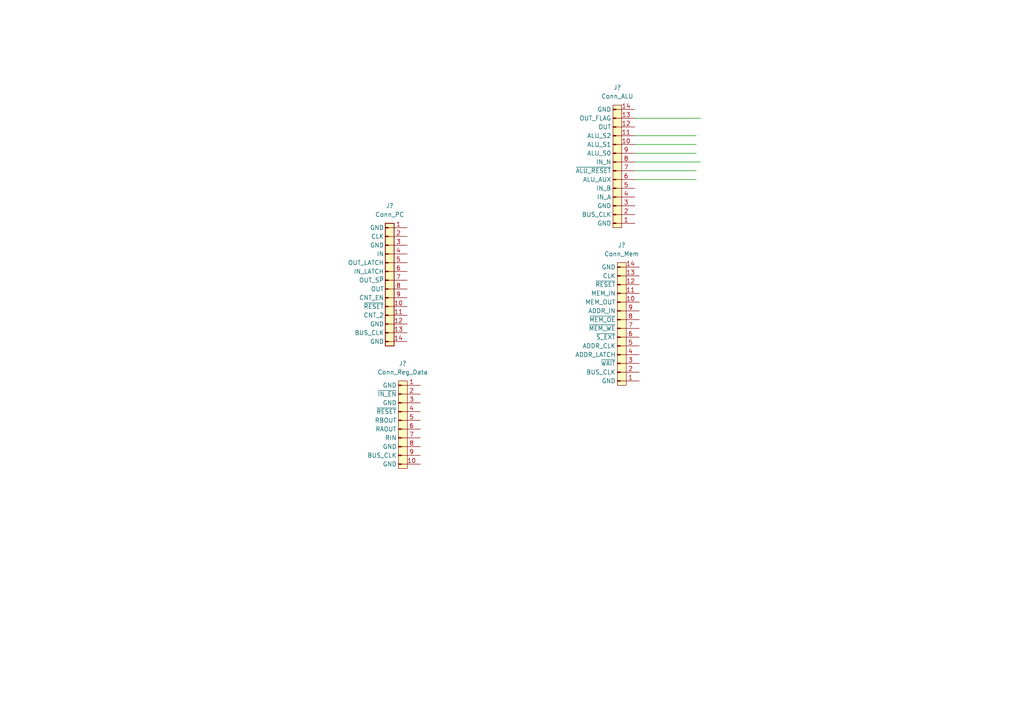
<source format=kicad_sch>
(kicad_sch (version 20211123) (generator eeschema)
  (paper "A4")
  (lib_symbols
    (symbol "riscv-serial:Conn_ALU" (pin_names (offset 1.778))
      (property "Reference" "J" (at 0 17.78 0))
      (property "Value" "Conn_ALU" (at 0 -20.32 0))
      (symbol "Conn_ALU_0_1"
        (rectangle (start 0 16.51) (end 2.54 -19.05) (fill (type background)))
      )
      (symbol "Conn_ALU_1_1"
        (polyline (pts (xy 1.27 -17.78) (xy 0.8636 -17.78)) (stroke (width 0.1524)))
        (polyline (pts (xy 1.27 -15.24) (xy 0.8636 -15.24)) (stroke (width 0.1524)))
        (polyline (pts (xy 1.27 -12.7) (xy 0.8636 -12.7)) (stroke (width 0.1524)))
        (polyline (pts (xy 1.27 -10.16) (xy 0.8636 -10.16)) (stroke (width 0.1524)))
        (polyline (pts (xy 1.27 -7.62) (xy 0.8636 -7.62)) (stroke (width 0.1524)))
        (polyline (pts (xy 1.27 -5.08) (xy 0.8636 -5.08)) (stroke (width 0.1524)))
        (polyline (pts (xy 1.27 -2.54) (xy 0.8636 -2.54)) (stroke (width 0.1524)))
        (polyline (pts (xy 1.27 0) (xy 0.8636 0)) (stroke (width 0.1524)))
        (polyline (pts (xy 1.27 2.54) (xy 0.8636 2.54)) (stroke (width 0.1524)))
        (polyline (pts (xy 1.27 5.08) (xy 0.8636 5.08)) (stroke (width 0.1524)))
        (polyline (pts (xy 1.27 7.62) (xy 0.8636 7.62)) (stroke (width 0.1524)))
        (polyline (pts (xy 1.27 10.16) (xy 0.8636 10.16)) (stroke (width 0.1524)))
        (polyline (pts (xy 1.27 12.7) (xy 0.8636 12.7)) (stroke (width 0.1524)))
        (polyline (pts (xy 1.27 15.24) (xy 0.8636 15.24)) (stroke (width 0.1524)))
        (rectangle (start 0.8636 -17.653) (end 0 -17.907) (stroke (width 0.1524)) (fill (type outline)))
        (rectangle (start 0.8636 -15.113) (end 0 -15.367) (stroke (width 0.1524)) (fill (type outline)))
        (rectangle (start 0.8636 -12.573) (end 0 -12.827) (stroke (width 0.1524)) (fill (type outline)))
        (rectangle (start 0.8636 -10.033) (end 0 -10.287) (stroke (width 0.1524)) (fill (type outline)))
        (rectangle (start 0.8636 -7.493) (end 0 -7.747) (stroke (width 0.1524)) (fill (type outline)))
        (rectangle (start 0.8636 -4.953) (end 0 -5.207) (stroke (width 0.1524)) (fill (type outline)))
        (rectangle (start 0.8636 -2.413) (end 0 -2.667) (stroke (width 0.1524)) (fill (type outline)))
        (rectangle (start 0.8636 0.127) (end 0 -0.127) (stroke (width 0.1524)) (fill (type outline)))
        (rectangle (start 0.8636 2.667) (end 0 2.413) (stroke (width 0.1524)) (fill (type outline)))
        (rectangle (start 0.8636 5.207) (end 0 4.953) (stroke (width 0.1524)) (fill (type outline)))
        (rectangle (start 0.8636 7.747) (end 0 7.493) (stroke (width 0.1524)) (fill (type outline)))
        (rectangle (start 0.8636 10.287) (end 0 10.033) (stroke (width 0.1524)) (fill (type outline)))
        (rectangle (start 0.8636 12.827) (end 0 12.573) (stroke (width 0.1524)) (fill (type outline)))
        (rectangle (start 0.8636 15.367) (end 0 15.113) (stroke (width 0.1524)) (fill (type outline)))
        (pin passive line (at 6.35 -17.78 180) (length 5.08) (name "GND") (number "1"))
        (pin passive line (at 6.35 5.08 180) (length 5.08) (name "ALU_S1") (number "10"))
        (pin passive line (at 6.35 7.62 180) (length 5.08) (name "ALU_S2") (number "11"))
        (pin passive line (at 6.35 10.16 180) (length 5.08) (name "OUT") (number "12"))
        (pin passive line (at 6.35 12.7 180) (length 5.08) (name "OUT_FLAG") (number "13"))
        (pin passive line (at 6.35 15.24 180) (length 5.08) (name "GND") (number "14"))
        (pin passive line (at 6.35 -15.24 180) (length 5.08) (name "BUS_CLK") (number "2"))
        (pin passive line (at 6.35 -12.7 180) (length 5.08) (name "GND") (number "3"))
        (pin passive line (at 6.35 -10.16 180) (length 5.08) (name "IN_A") (number "4"))
        (pin passive line (at 6.35 -7.62 180) (length 5.08) (name "IN_B") (number "5"))
        (pin passive line (at 6.35 -5.08 180) (length 5.08) (name "ALU_AUX") (number "6"))
        (pin passive line (at 6.35 -2.54 180) (length 5.08) (name "~{ALU_RESET}") (number "7"))
        (pin passive line (at 6.35 0 180) (length 5.08) (name "IN_N") (number "8"))
        (pin passive line (at 6.35 2.54 180) (length 5.08) (name "ALU_S0") (number "9"))
      )
    )
    (symbol "riscv-serial:Conn_Mem" (pin_names (offset 1.778))
      (property "Reference" "J" (at 0 17.78 0))
      (property "Value" "Conn_Mem" (at 0 -20.32 0))
      (symbol "Conn_Mem_0_1"
        (rectangle (start 0 16.51) (end 2.54 -19.05) (fill (type background)))
      )
      (symbol "Conn_Mem_1_1"
        (polyline (pts (xy 1.27 -17.78) (xy 0.8636 -17.78)) (stroke (width 0.1524)))
        (polyline (pts (xy 1.27 -15.24) (xy 0.8636 -15.24)) (stroke (width 0.1524)))
        (polyline (pts (xy 1.27 -12.7) (xy 0.8636 -12.7)) (stroke (width 0.1524)))
        (polyline (pts (xy 1.27 -10.16) (xy 0.8636 -10.16)) (stroke (width 0.1524)))
        (polyline (pts (xy 1.27 -7.62) (xy 0.8636 -7.62)) (stroke (width 0.1524)))
        (polyline (pts (xy 1.27 -5.08) (xy 0.8636 -5.08)) (stroke (width 0.1524)))
        (polyline (pts (xy 1.27 -2.54) (xy 0.8636 -2.54)) (stroke (width 0.1524)))
        (polyline (pts (xy 1.27 0) (xy 0.8636 0)) (stroke (width 0.1524)))
        (polyline (pts (xy 1.27 2.54) (xy 0.8636 2.54)) (stroke (width 0.1524)))
        (polyline (pts (xy 1.27 5.08) (xy 0.8636 5.08)) (stroke (width 0.1524)))
        (polyline (pts (xy 1.27 7.62) (xy 0.8636 7.62)) (stroke (width 0.1524)))
        (polyline (pts (xy 1.27 10.16) (xy 0.8636 10.16)) (stroke (width 0.1524)))
        (polyline (pts (xy 1.27 12.7) (xy 0.8636 12.7)) (stroke (width 0.1524)))
        (polyline (pts (xy 1.27 15.24) (xy 0.8636 15.24)) (stroke (width 0.1524)))
        (rectangle (start 0.8636 -17.653) (end 0 -17.907) (stroke (width 0.1524)) (fill (type outline)))
        (rectangle (start 0.8636 -15.113) (end 0 -15.367) (stroke (width 0.1524)) (fill (type outline)))
        (rectangle (start 0.8636 -12.573) (end 0 -12.827) (stroke (width 0.1524)) (fill (type outline)))
        (rectangle (start 0.8636 -10.033) (end 0 -10.287) (stroke (width 0.1524)) (fill (type outline)))
        (rectangle (start 0.8636 -7.493) (end 0 -7.747) (stroke (width 0.1524)) (fill (type outline)))
        (rectangle (start 0.8636 -4.953) (end 0 -5.207) (stroke (width 0.1524)) (fill (type outline)))
        (rectangle (start 0.8636 -2.413) (end 0 -2.667) (stroke (width 0.1524)) (fill (type outline)))
        (rectangle (start 0.8636 0.127) (end 0 -0.127) (stroke (width 0.1524)) (fill (type outline)))
        (rectangle (start 0.8636 2.667) (end 0 2.413) (stroke (width 0.1524)) (fill (type outline)))
        (rectangle (start 0.8636 5.207) (end 0 4.953) (stroke (width 0.1524)) (fill (type outline)))
        (rectangle (start 0.8636 7.747) (end 0 7.493) (stroke (width 0.1524)) (fill (type outline)))
        (rectangle (start 0.8636 10.287) (end 0 10.033) (stroke (width 0.1524)) (fill (type outline)))
        (rectangle (start 0.8636 12.827) (end 0 12.573) (stroke (width 0.1524)) (fill (type outline)))
        (rectangle (start 0.8636 15.367) (end 0 15.113) (stroke (width 0.1524)) (fill (type outline)))
        (pin passive line (at 6.35 -17.78 180) (length 5.08) (name "GND") (number "1"))
        (pin passive line (at 6.35 5.08 180) (length 5.08) (name "MEM_OUT") (number "10"))
        (pin passive line (at 6.35 7.62 180) (length 5.08) (name "MEM_IN") (number "11"))
        (pin passive line (at 6.35 10.16 180) (length 5.08) (name "~{RESET}") (number "12"))
        (pin passive line (at 6.35 12.7 180) (length 5.08) (name "CLK") (number "13"))
        (pin passive line (at 6.35 15.24 180) (length 5.08) (name "GND") (number "14"))
        (pin passive line (at 6.35 -15.24 180) (length 5.08) (name "BUS_CLK") (number "2"))
        (pin passive line (at 6.35 -12.7 180) (length 5.08) (name "~{WAIT}") (number "3"))
        (pin passive line (at 6.35 -10.16 180) (length 5.08) (name "ADDR_LATCH") (number "4"))
        (pin passive line (at 6.35 -7.62 180) (length 5.08) (name "ADDR_CLK") (number "5"))
        (pin passive line (at 6.35 -5.08 180) (length 5.08) (name "~{S_EXT}") (number "6"))
        (pin passive line (at 6.35 -2.54 180) (length 5.08) (name "~{MEM_WE}") (number "7"))
        (pin passive line (at 6.35 0 180) (length 5.08) (name "~{MEM_OE}") (number "8"))
        (pin passive line (at 6.35 2.54 180) (length 5.08) (name "ADDR_IN") (number "9"))
      )
    )
    (symbol "riscv-serial:Conn_PC" (pin_names (offset 1.651))
      (property "Reference" "J" (at -1.27 -19.05 0))
      (property "Value" "Conn_PC" (at -13.97 0 90))
      (symbol "Conn_PC_1_1"
        (rectangle (start -2.54 17.78) (end 0 -17.78) (stroke (width 0.254)) (fill (type background)))
        (rectangle (start -1.6764 -16.383) (end -2.54 -16.637) (stroke (width 0.1524)) (fill (type outline)))
        (rectangle (start -1.6764 -13.843) (end -2.54 -14.097) (stroke (width 0.1524)) (fill (type outline)))
        (rectangle (start -1.6764 -11.303) (end -2.54 -11.557) (stroke (width 0.1524)) (fill (type outline)))
        (rectangle (start -1.6764 -8.763) (end -2.54 -9.017) (stroke (width 0.1524)) (fill (type outline)))
        (rectangle (start -1.6764 -6.223) (end -2.54 -6.477) (stroke (width 0.1524)) (fill (type outline)))
        (rectangle (start -1.6764 -3.683) (end -2.54 -3.937) (stroke (width 0.1524)) (fill (type outline)))
        (rectangle (start -1.6764 -1.143) (end -2.54 -1.397) (stroke (width 0.1524)) (fill (type outline)))
        (rectangle (start -1.6764 1.397) (end -2.54 1.143) (stroke (width 0.1524)) (fill (type outline)))
        (rectangle (start -1.6764 3.937) (end -2.54 3.683) (stroke (width 0.1524)) (fill (type outline)))
        (rectangle (start -1.6764 6.477) (end -2.54 6.223) (stroke (width 0.1524)) (fill (type outline)))
        (rectangle (start -1.6764 9.017) (end -2.54 8.763) (stroke (width 0.1524)) (fill (type outline)))
        (rectangle (start -1.6764 11.557) (end -2.54 11.303) (stroke (width 0.1524)) (fill (type outline)))
        (rectangle (start -1.6764 14.097) (end -2.54 13.843) (stroke (width 0.1524)) (fill (type outline)))
        (rectangle (start -1.6764 16.637) (end -2.54 16.383) (stroke (width 0.1524)) (fill (type outline)))
        (polyline (pts (xy -1.27 -16.51) (xy -1.6764 -16.51)) (stroke (width 0.1524)))
        (polyline (pts (xy -1.27 -13.97) (xy -1.6764 -13.97)) (stroke (width 0.1524)))
        (polyline (pts (xy -1.27 -11.43) (xy -1.6764 -11.43)) (stroke (width 0.1524)))
        (polyline (pts (xy -1.27 -8.89) (xy -1.6764 -8.89)) (stroke (width 0.1524)))
        (polyline (pts (xy -1.27 -6.35) (xy -1.6764 -6.35)) (stroke (width 0.1524)))
        (polyline (pts (xy -1.27 -3.81) (xy -1.6764 -3.81)) (stroke (width 0.1524)))
        (polyline (pts (xy -1.27 -1.27) (xy -1.6764 -1.27)) (stroke (width 0.1524)))
        (polyline (pts (xy -1.27 1.27) (xy -1.6764 1.27)) (stroke (width 0.1524)))
        (polyline (pts (xy -1.27 3.81) (xy -1.6764 3.81)) (stroke (width 0.1524)))
        (polyline (pts (xy -1.27 6.35) (xy -1.6764 6.35)) (stroke (width 0.1524)))
        (polyline (pts (xy -1.27 8.89) (xy -1.6764 8.89)) (stroke (width 0.1524)))
        (polyline (pts (xy -1.27 11.43) (xy -1.6764 11.43)) (stroke (width 0.1524)))
        (polyline (pts (xy -1.27 13.97) (xy -1.6764 13.97)) (stroke (width 0.1524)))
        (polyline (pts (xy -1.27 16.51) (xy -1.6764 16.51)) (stroke (width 0.1524)))
        (pin passive line (at 3.81 16.51 180) (length 5.08) (name "GND") (number "1"))
        (pin passive line (at 3.81 -6.35 180) (length 5.08) (name "~{RESET}") (number "10"))
        (pin passive line (at 3.81 -8.89 180) (length 5.08) (name "CNT_2") (number "11"))
        (pin passive line (at 3.81 -11.43 180) (length 5.08) (name "GND") (number "12"))
        (pin passive line (at 3.81 -13.97 180) (length 5.08) (name "BUS_CLK") (number "13"))
        (pin passive line (at 3.81 -16.51 180) (length 5.08) (name "GND") (number "14"))
        (pin passive line (at 3.81 13.97 180) (length 5.08) (name "CLK") (number "2"))
        (pin passive line (at 3.81 11.43 180) (length 5.08) (name "GND") (number "3"))
        (pin passive line (at 3.81 8.89 180) (length 5.08) (name "IN") (number "4"))
        (pin passive line (at 3.81 6.35 180) (length 5.08) (name "OUT_LATCH") (number "5"))
        (pin passive line (at 3.81 3.81 180) (length 5.08) (name "IN_LATCH") (number "6"))
        (pin passive line (at 3.81 1.27 180) (length 5.08) (name "OUT_S~{P}") (number "7"))
        (pin passive line (at 3.81 -1.27 180) (length 5.08) (name "OUT") (number "8"))
        (pin passive line (at 3.81 -3.81 180) (length 5.08) (name "CNT_EN") (number "9"))
      )
    )
    (symbol "riscv-serial:Conn_Reg_Data" (pin_names (offset 1.778))
      (property "Reference" "J" (at 0 12.7 0))
      (property "Value" "Conn_Reg_Data" (at 0 -15.24 0))
      (symbol "Conn_Reg_Data_0_1"
        (rectangle (start 0 11.43) (end 2.54 -13.97) (fill (type background)))
      )
      (symbol "Conn_Reg_Data_1_1"
        (polyline (pts (xy 1.27 -12.7) (xy 0.8636 -12.7)) (stroke (width 0.1524)))
        (polyline (pts (xy 1.27 -10.16) (xy 0.8636 -10.16)) (stroke (width 0.1524)))
        (polyline (pts (xy 1.27 -7.62) (xy 0.8636 -7.62)) (stroke (width 0.1524)))
        (polyline (pts (xy 1.27 -5.08) (xy 0.8636 -5.08)) (stroke (width 0.1524)))
        (polyline (pts (xy 1.27 -2.54) (xy 0.8636 -2.54)) (stroke (width 0.1524)))
        (polyline (pts (xy 1.27 0) (xy 0.8636 0)) (stroke (width 0.1524)))
        (polyline (pts (xy 1.27 2.54) (xy 0.8636 2.54)) (stroke (width 0.1524)))
        (polyline (pts (xy 1.27 5.08) (xy 0.8636 5.08)) (stroke (width 0.1524)))
        (polyline (pts (xy 1.27 7.62) (xy 0.8636 7.62)) (stroke (width 0.1524)))
        (polyline (pts (xy 1.27 10.16) (xy 0.8636 10.16)) (stroke (width 0.1524)))
        (rectangle (start 0.8636 -12.573) (end 0 -12.827) (stroke (width 0.1524)) (fill (type outline)))
        (rectangle (start 0.8636 -10.033) (end 0 -10.287) (stroke (width 0.1524)) (fill (type outline)))
        (rectangle (start 0.8636 -7.493) (end 0 -7.747) (stroke (width 0.1524)) (fill (type outline)))
        (rectangle (start 0.8636 -4.953) (end 0 -5.207) (stroke (width 0.1524)) (fill (type outline)))
        (rectangle (start 0.8636 -2.413) (end 0 -2.667) (stroke (width 0.1524)) (fill (type outline)))
        (rectangle (start 0.8636 0.127) (end 0 -0.127) (stroke (width 0.1524)) (fill (type outline)))
        (rectangle (start 0.8636 2.667) (end 0 2.413) (stroke (width 0.1524)) (fill (type outline)))
        (rectangle (start 0.8636 5.207) (end 0 4.953) (stroke (width 0.1524)) (fill (type outline)))
        (rectangle (start 0.8636 7.747) (end 0 7.493) (stroke (width 0.1524)) (fill (type outline)))
        (rectangle (start 0.8636 10.287) (end 0 10.033) (stroke (width 0.1524)) (fill (type outline)))
        (pin passive line (at 6.35 10.16 180) (length 5.08) (name "GND") (number "1"))
        (pin passive line (at 6.35 -12.7 180) (length 5.08) (name "GND") (number "10"))
        (pin passive line (at 6.35 7.62 180) (length 5.08) (name "~{IN_EN}") (number "2"))
        (pin passive line (at 6.35 5.08 180) (length 5.08) (name "GND") (number "3"))
        (pin passive line (at 6.35 2.54 180) (length 5.08) (name "~{RESET}") (number "4"))
        (pin passive line (at 6.35 0 180) (length 5.08) (name "RBOUT") (number "5"))
        (pin passive line (at 6.35 -2.54 180) (length 5.08) (name "RAOUT") (number "6"))
        (pin passive line (at 6.35 -5.08 180) (length 5.08) (name "RIN") (number "7"))
        (pin passive line (at 6.35 -7.62 180) (length 5.08) (name "GND") (number "8"))
        (pin passive line (at 6.35 -10.16 180) (length 5.08) (name "BUS_CLK") (number "9"))
      )
    )
  )
  (wire (pts (xy 184.15 52.07) (xy 201.93 52.07)))
  (wire (pts (xy 184.15 39.37) (xy 201.93 39.37)))
  (wire (pts (xy 184.15 44.45) (xy 201.93 44.45)))
  (wire (pts (xy 184.15 34.29) (xy 203.2 34.29)))
  (wire (pts (xy 184.15 41.91) (xy 201.93 41.91)))
  (wire (pts (xy 184.15 46.99) (xy 203.2 46.99)))
  (wire (pts (xy 184.15 49.53) (xy 201.93 49.53)))
  (symbol (lib_id "riscv-serial:Conn_PC") (at 114.3 82.55 0) (unit 1)
    (property "Reference" "J?" (at 113.03 59.69 0))
    (property "Value" "Conn_PC" (at 113.03 62.23 0))
  )
  (symbol (lib_id "riscv-serial:Conn_Reg_Data") (at 115.57 121.92 0) (unit 1)
    (property "Reference" "J?" (at 116.8019 105.41 0))
    (property "Value" "Conn_Reg_Data" (at 116.8019 107.95 0))
  )
  (symbol (lib_id "riscv-serial:Conn_Mem") (at 179.07 92.71 0) (unit 1)
    (property "Reference" "J?" (at 180.3019 71.12 0))
    (property "Value" "Conn_Mem" (at 180.3019 73.66 0))
  )
  (symbol (lib_id "riscv-serial:Conn_ALU") (at 177.8 46.99 0) (unit 1)
    (property "Reference" "J?" (at 179.0319 25.4 0))
    (property "Value" "Conn_ALU" (at 179.0319 27.94 0))
  )
)
</source>
